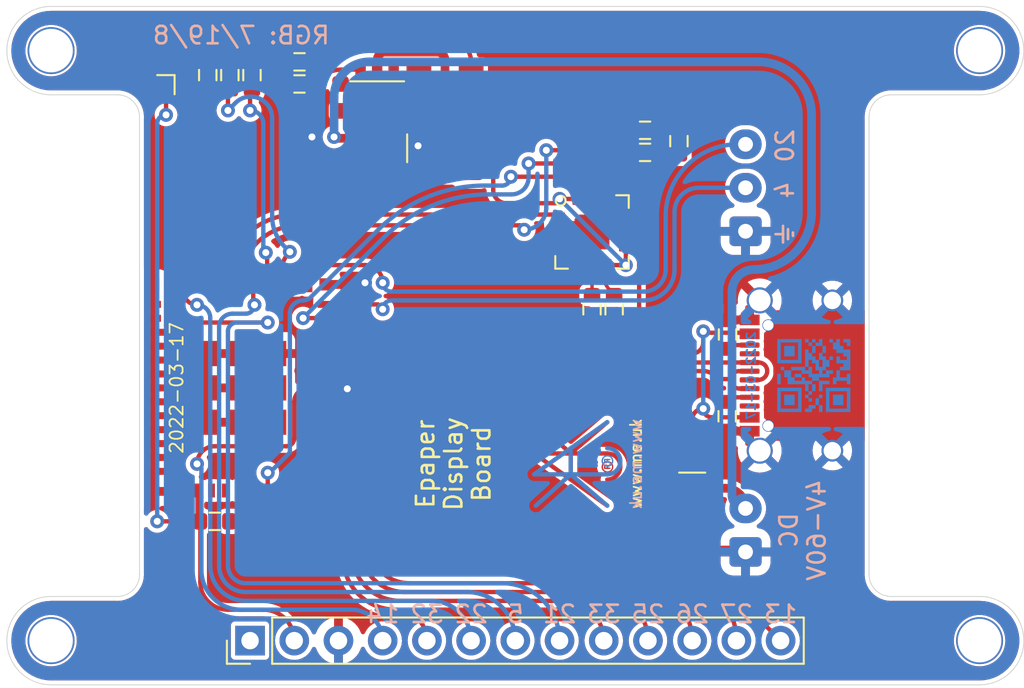
<source format=kicad_pcb>
(kicad_pcb (version 20211014) (generator pcbnew)
  (title_block (title "2.13\" epaper display") (date "${DATE}") (rev "1") (comment 1 "www.me.uk") (comment 2 "@TheRealRevK") (comment 3 "Adrian Kennard Andrews & Arnold Ltd"))
  (layers (0 "F.Cu" signal) (31 "B.Cu" signal) (34 "B.Paste" user) (35 "F.Paste" user) (36 "B.SilkS" user "B.Silkscreen") (37 "F.SilkS" user "F.Silkscreen") (38 "B.Mask" user) (39 "F.Mask" user) (44 "Edge.Cuts" user))
  (property "DATE" "2022-03-17")
  (net 0 "")
  (net 1 "VBUS")
  (net 2 "D+")
  (net 3 "D-")
  (net 5 "Net-(J1-PadA5)")
  (net 6 "Net-(J1-PadB5)")
  (net 8 "Net-(J1-PadA6)")
  (net 9 "SCK")
  (net 10 "Net-(R7-Pad2)")
  (net 11 "GND")
  (net 12 "+3V3")
  (net 19 "MISO")
  (net 21 "MOSI")
  (net 22 "CS")
  (net 24 "D{slash}C")
  (net 25 "R")
  (net 26 "G")
  (net 27 "B")
  (net 28 "DC")
  (net 29 "Net-(D3-Pad2)")
  (net 30 "Net-(D3-Pad3)")
  (net 34 "SRCS")
  (net 35 "O")
  (net 36 "SDCS")
  (net 38 "RST")
  (net 39 "I")
  (net 40 "EN")
  (net 41 "Net-(D3-Pad4)")
  (net 42 "Net-(R1-Pad2)")
  (net 44 "BOOT")
  (net 45 "Net-(J1-PadA7)")
  (net 46 "BUSY")
  (net 47 "ENA")
  (net 49 "BUTTON1")
  (net 51 "BUTTON2")
  (footprint "RevK:Hole-2.5mm" (layer "F.Cu") (at 124.46 67.68)
    (fp_text reference "H2" hide)
    (fp_text value "MountingHole" hide)
  )
  (footprint "RevK:QFN-20-1EP_4x4mm_P0.5mm_EP2.5x2.5mm" (layer "F.Cu") (at 155.535 78.105)
    (fp_text reference "U2" hide)
    (fp_text value "FT231XQ")
  )
  (footprint "RevK:USC16-TR-Round" (layer "F.Cu") (at 171.45 86.36 90)
    (fp_text reference "J1" hide)
    (fp_text value "USB-C")
  )
  (footprint "RevK:Hidden" (layer "F.Cu") (at 153.915 93.87)
    (fp_text reference "C3" hide)
    (fp_text value "10uF")
  )
  (footprint "RevK:Hole-2.5mm" (layer "F.Cu") (at 177.8 101.6)
    (fp_text reference "H4" hide)
    (fp_text value "MountingHole" hide)
  )
  (footprint "RevK:AJK" (layer "F.Cu") (at 154.311 90.84 90)
    (fp_text reference "Logo1" hide)
    (fp_text value "AJK" hide)
  )
  (footprint "RevK:C_0603" (layer "F.Cu") (at 160.528 72.885 -90)
    (fp_text reference "C4" hide)
    (fp_text value "10nF")
  )
  (footprint "RevK:Hole-2.5mm" (layer "F.Cu") (at 124.46 101.6)
    (fp_text reference "H3" hide)
    (fp_text value "MountingHole" hide)
  )
  (footprint "RevK:Molex_MiniSPOX_H3RA" (layer "F.Cu") (at 164.355 75.565 90)
    (fp_text reference "J3" hide)
    (fp_text value "Conn_01x02")
  )
  (footprint "RevK:R_0603" (layer "F.Cu") (at 158.583 73.53 180)
    (fp_text reference "R7" hide)
    (fp_text value "4k7")
  )
  (footprint "RevK:Molex_MiniSPOX_H2RA" (layer "F.Cu") (at 164.355 95.25 90)
    (fp_text reference "J2" hide)
    (fp_text value "DC")
  )
  (footprint "RevK:Hidden" (layer "F.Cu") (at 156.035 93.87)
    (fp_text reference "D1" hide)
    (fp_text value "Schottky")
  )
  (footprint "RevK:Hidden" (layer "F.Cu") (at 152.915 92.25)
    (fp_text reference "C1" hide)
    (fp_text value "0.1uF")
  )
  (footprint "RevK:RegulatorBlockFB" (layer "F.Cu") (at 143.19 70.12)
    (fp_text reference "U1" hide)
    (fp_text value "LMR16006+FB")
  )
  (footprint "RevK:R_0603" (layer "F.Cu") (at 133.46 69.088 -90)
    (fp_text reference "R11" hide)
    (fp_text value "2K")
  )
  (footprint "RevK:R_0603" (layer "F.Cu") (at 133.858 94.742)
    (fp_text reference "R9" hide)
    (fp_text value "10k")
  )
  (footprint "RevK:R_0603" (layer "F.Cu") (at 138.731 68.326 180)
    (fp_text reference "R1" hide)
    (fp_text value "100k 1% or 0R")
  )
  (footprint "RevK:Hole-2.5mm" (layer "F.Cu") (at 177.8 67.68)
    (fp_text reference "H1" hide)
    (fp_text value "MountingHole" hide)
  )
  (footprint "RevK:ESP32-PICO-MINI-02" (layer "F.Cu") (at 135.27325 87.07 90)
    (fp_text reference "U3" hide)
    (fp_text value "ESP32-PICO-MINI-02")
  )
  (footprint "RevK:R_0603" (layer "F.Cu") (at 155.535 82.55 90)
    (fp_text reference "R6" hide)
    (fp_text value "27R")
  )
  (footprint "RevK:D_1206" (layer "F.Cu") (at 161.29 91.44 90)
    (fp_text reference "D2" hide)
    (fp_text value "D")
  )
  (footprint "RevK:R_0603" (layer "F.Cu") (at 134.73 69.088 -90)
    (fp_text reference "R10" hide)
    (fp_text value "680R")
  )
  (footprint "RevK:R_0603" (layer "F.Cu") (at 158.583 72.26)
    (fp_text reference "R8" hide)
    (fp_text value "10k")
  )
  (footprint "RevK:R_0603" (layer "F.Cu") (at 163.322 84 90)
    (fp_text reference "R4" hide)
    (fp_text value "5K1")
  )
  (footprint "RevK:R_0603" (layer "F.Cu") (at 163.3 88.7 -90)
    (fp_text reference "R3" hide)
    (fp_text value "5K1")
  )
  (footprint "RevK:R_0603" (layer "F.Cu") (at 136 69.088 -90)
    (fp_text reference "R12" hide)
    (fp_text value "220R")
  )
  (footprint "Connector_PinHeader_2.54mm:PinHeader_1x13_P2.54mm_Vertical" (layer "F.Cu") (at 135.89 101.6 90)
    (fp_text reference "M1" hide)
    (fp_text value "EPaper")
  )
  (footprint "RevK:LED-RGB-1.6x1.6" (layer "F.Cu") (at 131.555 69.088 -90)
    (fp_text reference "D3" hide)
    (fp_text value "RGB")
  )
  (footprint "RevK:R_0603" (layer "F.Cu") (at 138.731 69.596)
    (fp_text reference "R2" hide)
    (fp_text value "30k 1% or NF")
  )
  (footprint "RevK:Hidden" (layer "F.Cu") (at 155.035 92.25)
    (fp_text reference "C2" hide)
    (fp_text value "2.2uF")
  )
  (footprint "RevK:R_0603" (layer "F.Cu") (at 156.805 82.55 90)
    (fp_text reference "R5" hide)
    (fp_text value "27R")
  )
  (footprint "RevK:Hidden" (layer "F.Cu") (at 151.735 79.34)
    (fp_text reference "L1" hide)
    (fp_text value "6.8uH")
  )
  (footprint "RevK:AJK" (layer "B.Cu") (at 154.311 92.04 -90)
    (fp_text reference "Logo2" hide)
    (fp_text value "AJK" hide)
  )
  (footprint "RevK:QR-GFX" (layer "B.Cu") (at 168.275 86.36 90)
    (fp_text reference "U4" hide)
    (fp_text value "QR" hide)
  )
  (gr_line (start 129.54 97.79) (end 129.54 71.490002) (layer "Edge.Cuts") (width 0.05))
  (gr_line (start 177.8 99.059998) (end 172.72 99.059998) (layer "Edge.Cuts") (width 0.05))
  (gr_arc (start 177.8 65.14) (mid 180.340001 67.680001) (end 177.8 70.220002) (layer "Edge.Cuts") (width 0.05))
  (gr_line (start 124.46 104.14) (end 177.8 104.14) (layer "Edge.Cuts") (width 0.05))
  (gr_arc (start 128.27 70.220002) (mid 129.168026 70.591976) (end 129.54 71.490002) (layer "Edge.Cuts") (width 0.05))
  (gr_arc (start 124.46 70.220002) (mid 121.919999 67.680001) (end 124.46 65.14) (layer "Edge.Cuts") (width 0.05))
  (gr_arc (start 177.8 99.059998) (mid 180.340001 101.599999) (end 177.8 104.14) (layer "Edge.Cuts") (width 0.05))
  (gr_arc (start 172.72 99.059998) (mid 171.821974 98.688024) (end 171.45 97.789998) (layer "Edge.Cuts") (width 0.05))
  (gr_line (start 177.8 70.220002) (end 172.72 70.220002) (layer "Edge.Cuts") (width 0.05))
  (gr_line (start 124.460001 99.059998) (end 128.27 99.06) (layer "Edge.Cuts") (width 0.05))
  (gr_arc (start 171.45 71.490002) (mid 171.821974 70.591976) (end 172.72 70.220002) (layer "Edge.Cuts") (width 0.05))
  (gr_line (start 124.46 65.14) (end 177.8 65.14) (layer "Edge.Cuts") (width 0.05))
  (gr_arc (start 129.54 97.79) (mid 129.168026 98.688026) (end 128.27 99.06) (layer "Edge.Cuts") (width 0.05))
  (gr_line (start 124.46 70.220002) (end 128.27 70.220002) (layer "Edge.Cuts") (width 0.05))
  (gr_arc (start 124.46 104.14) (mid 121.919999 101.599999) (end 124.46 99.059998) (layer "Edge.Cuts") (width 0.05))
  (gr_line (start 171.45 71.490002) (end 171.45 97.789998) (layer "Edge.Cuts") (width 0.05))
  (gr_text "20" (at 166.624 73.152 90) (layer "B.SilkS") (effects (font (size 1 1)) (justify mirror)))
  (gr_text "22" (at 148.59 100.076) (layer "B.SilkS") (effects (font (size 1 1)) (justify mirror)))
  (gr_text "27" (at 163.83 100.076) (layer "B.SilkS") (effects (font (size 1 1)) (justify mirror)))
  (gr_text "⏚" (at 166.624 78.232 90) (layer "B.SilkS") (effects (font (size 1 1)) (justify mirror)))
  (gr_text "25" (at 158.75 100.076) (layer "B.SilkS") (effects (font (size 1 1)) (justify mirror)))
  (gr_text "RGB: 7/19/8" (at 135.382 66.802) (layer "B.SilkS") (effects (font (size 1 1)) (justify mirror)))
  (gr_text "33" (at 156.21 100.076) (layer "B.SilkS") (effects (font (size 1 1)) (justify mirror)))
  (gr_text "21" (at 153.67 100.076) (layer "B.SilkS") (effects (font (size 1 1)) (justify mirror)))
  (gr_text "32" (at 146.05 100.076) (layer "B.SilkS") (effects (font (size 1 1)) (justify mirror)))
  (gr_text "4" (at 166.624 75.692 90) (layer "B.SilkS") (effects (font (size 1 1)) (justify mirror)))
  (gr_text "13" (at 166.37 100.076) (layer "B.SilkS") (effects (font (size 1 1)) (justify mirror)))
  (gr_text "5" (at 151.13 100.076) (layer "B.SilkS") (effects (font (size 1 1)) (justify mirror)))
  (gr_text "26" (at 161.29 100.076) (layer "B.SilkS") (effects (font (size 1 1)) (justify mirror)))
  (gr_text "DC\n4V-60V" (at 167.64 95.25 90) (layer "B.SilkS") (effects (font (size 1 1)) (justify mirror)))
  (gr_text "14" (at 143.51 100.076) (layer "B.SilkS") (effects (font (size 1 1)) (justify mirror)))
  (gr_text "Epaper\nDisplay\nBoard" (at 147.574 91.44 90) (layer "F.SilkS") (effects (font (size 1 1))))
  (segment (start 161.29 88.9) (end 161.29 90.04) (width 0.25) (layer "F.Cu") (net 1))
  (segment (start 164.59 88.76) (end 162.42 88.76) (width 0.25) (layer "F.Cu") (net 1))
  (segment (start 162.00452 83.89952) (end 164.52952 83.89952) (width 0.25) (layer "F.Cu") (net 1))
  (segment (start 158.242 83.82) (end 158.242 76.344973) (width 0.25) (layer "F.Cu") (net 1))
  (segment (start 159.408 73.53) (end 160.398 73.53) (width 0.25) (layer "F.Cu") (net 1))
  (segment (start 161.29 85.09) (end 159.512 85.09) (width 0.25) (layer "F.Cu") (net 1))
  (segment (start 161.925 83.82) (end 161.925 84.455) (width 0.25) (layer "F.Cu") (net 1))
  (segment (start 161.925 83.82) (end 162.00452 83.89952) (width 0.25) (layer "F.Cu") (net 1))
  (via (at 161.925 83.82) (size 0.8) (drill 0.4) (layers "F.Cu" "B.Cu") (net 1))
  (via (at 161.925 88.265) (size 0.8) (drill 0.4) (layers "F.Cu" "B.Cu") (net 1))
  (arc (start 161.925 88.265) (mid 161.475987 88.450987) (end 161.29 88.9) (width 0.25) (layer "F.Cu") (net 1))
  (arc (start 162.42 88.76) (mid 162.069982 88.615018) (end 161.925 88.265) (width 0.25) (layer "F.Cu") (net 1))
  (arc (start 158.242 76.344973) (mid 158.545033 74.821521) (end 159.408 73.53) (width 0.25) (layer "F.Cu") (net 1))
  (arc (start 161.925 84.455) (mid 161.739013 84.904013) (end 161.29 85.09) (width 0.25) (layer "F.Cu") (net 1))
  (arc (start 159.512 85.09) (mid 158.613974 84.718026) (end 158.242 83.82) (width 0.25) (layer "F.Cu") (net 1))
  (arc (start 160.398 73.53) (mid 160.489924 73.568076) (end 160.528 73.66) (width 0.25) (layer "F.Cu") (net 1))
  (arc (start 164.52952 83.89952) (mid 164.572286 83.917234) (end 164.59 83.96) (width 0.25) (layer "F.Cu") (net 1))
  (segment (start 161.925 88.265) (end 161.925 83.82) (width 0.25) (layer "B.Cu") (net 1))
  (segment (start 155.535 80.005) (end 155.535 81.725) (width 0.2) (layer "F.Cu") (net 2))
  (segment (start 156.805 81.725) (end 156.706752 81.626752) (width 0.2) (layer "F.Cu") (net 3))
  (arc (start 156.706752 81.626752) (mid 156.209582 80.882686) (end 156.035 80.005) (width 0.2) (layer "F.Cu") (net 3))
  (segment (start 164.59 87.61) (end 163.565 87.61) (width 0.25) (layer "F.Cu") (net 5))
  (arc (start 163.565 87.61) (mid 163.377617 87.687617) (end 163.3 87.875) (width 0.25) (layer "F.Cu") (net 5))
  (segment (start 164.59 84.61) (end 163.615 84.61) (width 0.25) (layer "F.Cu") (net 6))
  (arc (start 163.615 84.61) (mid 163.462972 84.672972) (end 163.4 84.825) (width 0.25) (layer "F.Cu") (net 6))
  (segment (start 156.972 82.55) (end 156.36 82.55) (width 0.25) (layer "F.Cu") (net 8))
  (segment (start 164.59 85.61) (end 165.11 85.61) (width 0.25) (layer "F.Cu") (net 8))
  (segment (start 164.59 85.61) (end 159.524 85.61) (width 0.25) (layer "F.Cu") (net 8))
  (segment (start 157.734 83.82) (end 157.734 83.312) (width 0.25) (layer "F.Cu") (net 8))
  (segment (start 165.09 86.61) (end 164.59 86.61) (width 0.25) (layer "F.Cu") (net 8))
  (arc (start 159.524 85.61) (mid 158.258279 85.085721) (end 157.734 83.82) (width 0.25) (layer "F.Cu") (net 8))
  (arc (start 165.6 86.1) (mid 165.450624 86.460624) (end 165.09 86.61) (width 0.25) (layer "F.Cu") (net 8))
  (arc (start 156.36 82.55) (mid 155.776637 82.791637) (end 155.535 83.375) (width 0.25) (layer "F.Cu") (net 8))
  (arc (start 157.734 83.312) (mid 157.510815 82.773185) (end 156.972 82.55) (width 0.25) (layer "F.Cu") (net 8))
  (arc (start 165.11 85.61) (mid 165.456482 85.753518) (end 165.6 86.1) (width 0.25) (layer "F.Cu") (net 8))
  (segment (start 140.17325 87.07) (end 139.244 87.07) (width 0.25) (layer "F.Cu") (net 9))
  (segment (start 138.43 87.884) (end 138.43 89.962272) (width 0.25) (layer "F.Cu") (net 9))
  (segment (start 133.858 90.424) (end 137.968272 90.424) (width 0.25) (layer "F.Cu") (net 9))
  (via (at 132.842 91.44) (size 0.8) (drill 0.4) (layers "F.Cu" "B.Cu") (net 9))
  (arc (start 133.858 90.424) (mid 133.13958 90.72158) (end 132.842 91.44) (width 0.25) (layer "F.Cu") (net 9))
  (arc (start 138.43 89.962272) (mid 138.294763 90.288763) (end 137.968272 90.424) (width 0.25) (layer "F.Cu") (net 9))
  (arc (start 139.244 87.07) (mid 138.668415 87.308415) (end 138.43 87.884) (width 0.25) (layer "F.Cu") (net 9))
  (segment (start 133.096 91.694) (end 133.096 97.536) (width 0.25) (layer "B.Cu") (net 9))
  (segment (start 135.382 99.822) (end 141.732 99.822) (width 0.25) (layer "B.Cu") (net 9))
  (arc (start 133.096 97.536) (mid 133.765554 99.152446) (end 135.382 99.822) (width 0.25) (layer "B.Cu") (net 9))
  (arc (start 132.842 91.44) (mid 133.021605 91.514395) (end 133.096 91.694) (width 0.25) (layer "B.Cu") (net 9))
  (arc (start 141.732 99.822) (mid 142.989236 100.342764) (end 143.51 101.6) (width 0.25) (layer "B.Cu") (net 9))
  (segment (start 157.758 73.53) (end 157.561719 73.726281) (width 0.25) (layer "F.Cu") (net 10))
  (segment (start 157.758 72.26) (end 157.758 73.53) (width 0.25) (layer "F.Cu") (net 10))
  (arc (start 157.561719 73.726281) (mid 156.801836 74.863527) (end 156.535 76.205) (width 0.25) (layer "F.Cu") (net 10))
  (segment (start 153.635 78.605) (end 155.035 78.605) (width 0.25) (layer "F.Cu") (net 11))
  (segment (start 153.635 77.605) (end 155.035 77.605) (width 0.25) (layer "F.Cu") (net 11))
  (segment (start 153.635 78.105) (end 155.535 78.105) (width 0.25) (layer "F.Cu") (net 11))
  (segment (start 157.435 78.105) (end 155.535 78.105) (width 0.25) (layer "F.Cu") (net 11))
  (segment (start 154.535 79.105) (end 155.535 78.105) (width 0.25) (layer "F.Cu") (net 11))
  (segment (start 155.035 77.605) (end 155.535 78.105) (width 0.25) (layer "F.Cu") (net 11))
  (segment (start 150.622 82.118) (end 150.622 92.71) (width 0.25) (layer "F.Cu") (net 11))
  (segment (start 146.9525 73.29) (end 145.68 73.29) (width 0.5) (layer "F.Cu") (net 11))
  (segment (start 154.535 80.005) (end 154.535 79.105) (width 0.25) (layer "F.Cu") (net 11))
  (segment (start 153.635 79.105) (end 154.535 79.105) (width 0.25) (layer "F.Cu") (net 11))
  (segment (start 154.178 96.266) (end 164.121 96.266) (width 0.25) (layer "F.Cu") (net 11))
  (via (at 145.542 73.152) (size 0.8) (drill 0.4) (layers "F.Cu" "B.Cu") (net 11))
  (via (at 141.478 87.122) (size 0.8) (drill 0.4) (layers "F.Cu" "B.Cu") (net 11))
  (via (at 142.494 81.026) (size 0.8) (drill 0.4) (layers "F.Cu" "B.Cu") (net 11))
  (via (at 139.446 72.644) (size 0.8) (drill 0.4) (layers "F.Cu" "B.Cu") (net 11))
  (arc (start 164.121 96.266) (mid 164.286463 96.334537) (end 164.355 96.5) (width 0.25) (layer "F.Cu") (net 11))
  (arc (start 150.622 92.71) (mid 151.663528 95.224472) (end 154.178 96.266) (width 0.25) (layer "F.Cu") (net 11))
  (arc (start 145.68 73.29) (mid 145.582419 73.249581) (end 145.542 73.152) (width 0.5) (layer "F.Cu") (net 11))
  (arc (start 153.635 79.105) (mid 151.504487 79.987487) (end 150.622 82.118) (width 0.25) (layer "F.Cu") (net 11))
  (segment (start 148.59 68.326) (end 148.59 70.17) (width 0.25) (layer "F.Cu") (net 12))
  (segment (start 157.435 79.105) (end 157.435 78.605) (width 0.25) (layer "F.Cu") (net 12))
  (segment (start 156.54 80.01) (end 156.535 80.005) (width 0.25) (layer "F.Cu") (net 12))
  (segment (start 149.86 73.914) (end 149.86 75.692) (width 0.25) (layer "F.Cu") (net 12))
  (segment (start 134.62 99.822) (end 136.652 99.822) (width 0.25) (layer "F.Cu") (net 12))
  (segment (start 133.033 94.742) (end 133.033 98.235) (width 0.25) (layer "F.Cu") (net 12))
  (segment (start 131.141978 66.802) (end 138.032 66.802) (width 0.25) (layer "F.Cu") (net 12))
  (segment (start 150.622 76.454) (end 153.416 76.454) (width 0.25) (layer "F.Cu") (net 12))
  (segment (start 148.59 72.72) (end 148.666 72.72) (width 0.25) (layer "F.Cu") (net 12))
  (segment (start 153.675 76.205) (end 153.67 76.2) (width 0.25) (layer "F.Cu") (net 12))
  (segment (start 132.87325 92.97) (end 132.87325 94.35633) (width 0.25) (layer "F.Cu") (net 12))
  (segment (start 130.302 69.21) (end 130.302 67.641978) (width 0.25) (layer "F.Cu") (net 12))
  (segment (start 157.48 80.01) (end 156.54 80.01) (width 0.25) (layer "F.Cu") (net 12))
  (segment (start 133.033 94.742) (end 130.556 94.742) (width 0.25) (layer "F.Cu") (net 12))
  (segment (start 140.826 67.056) (end 147.32 67.056) (width 0.25) (layer "F.Cu") (net 12))
  (segment (start 157.48 79.15) (end 157.435 79.105) (width 0.25) (layer "F.Cu") (net 12))
  (segment (start 157.48 80.01) (end 157.48 79.15) (width 0.25) (layer "F.Cu") (net 12))
  (segment (start 154.535 76.205) (end 153.675 76.205) (width 0.25) (layer "F.Cu") (net 12))
  (segment (start 131.064 71.374) (end 131.064 69.972) (width 0.25) (layer "F.Cu") (net 12))
  (via (at 157.48 80.01) (size 0.8) (drill 0.4) (layers "F.Cu" "B.Cu") (net 12))
  (via (at 153.67 76.2) (size 0.8) (drill 0.4) (layers "F.Cu" "B.Cu") (net 12))
  (via (at 131.064 71.374) (size 0.8) (drill 0.4) (layers "F.Cu" "B.Cu") (net 12))
  (via (at 130.556 94.742) (size 0.8) (drill 0.4) (layers "F.Cu" "B.Cu") (net 12))
  (arc (start 136.652 99.822) (mid 137.909236 100.342764) (end 138.43 101.6) (width 0.25) (layer "F.Cu") (net 12))
  (arc (start 138.032 66.802) (mid 139.109631 67.248369) (end 139.556 68.326) (width 0.25) (layer "F.Cu") (net 12))
  (arc (start 149.86 75.692) (mid 150.083185 76.230815) (end 150.622 76.454) (width 0.25) (layer "F.Cu") (net 12))
  (arc (start 132.87325 94.35633) (mid 132.914768 94.565053) (end 133.033 94.742) (width 0.25) (layer "F.Cu") (net 12))
  (arc (start 147.32 67.056) (mid 148.218026 67.427974) (end 148.59 68.326) (width 0.25) (layer "F.Cu") (net 12))
  (arc (start 131.064 69.972) (mid 131.061364 69.965636) (end 131.055 69.963) (width 0.25) (layer "F.Cu") (net 12))
  (arc (start 139.556 68.326) (mid 139.927974 67.427974) (end 140.826 67.056) (width 0.25) (layer "F.Cu") (net 12))
  (arc (start 130.302 67.641978) (mid 130.548024 67.048024) (end 131.141978 66.802) (width 0.25) (layer "F.Cu") (net 12))
  (arc (start 131.055 69.963) (mid 130.522549 69.742451) (end 130.302 69.21) (width 0.25) (layer "F.Cu") (net 12))
  (arc (start 133.033 98.235) (mid 133.497822 99.357178) (end 134.62 99.822) (width 0.25) (layer "F.Cu") (net 12))
  (arc (start 153.416 76.454) (mid 153.595605 76.379605) (end 153.67 76.2) (width 0.25) (layer "F.Cu") (net 12))
  (arc (start 148.666 72.72) (mid 149.510285 73.069715) (end 149.86 73.914) (width 0.25) (layer "F.Cu") (net 12))
  (segment (start 130.556 94.742) (end 130.556 71.882) (width 0.25) (layer "B.Cu") (net 12))
  (segment (start 153.67 76.2) (end 157.48 80.01) (width 0.25) (layer "B.Cu") (net 12))
  (arc (start 130.556 71.882) (mid 130.70479 71.52279) (end 131.064 71.374) (width 0.25) (layer "B.Cu") (net 12))
  (segment (start 140.17325 91.87) (end 140.37325 91.87) (width 0.25) (layer "F.Cu") (net 19))
  (segment (start 141.224 92.72075) (end 141.224 96.774) (width 0.25) (layer "F.Cu") (net 19))
  (arc (start 144.272 99.822) (mid 145.529236 100.342764) (end 146.05 101.6) (width 0.25) (layer "F.Cu") (net 19))
  (arc (start 140.37325 91.87) (mid 140.974821 92.119179) (end 141.224 92.72075) (width 0.25) (layer "F.Cu") (net 19))
  (arc (start 141.224 96.774) (mid 142.116739 98.929261) (end 144.272 99.822) (width 0.25) (layer "F.Cu") (net 19))
  (segment (start 132.07325 81.17) (end 132.07325 81.52725) (width 0.25) (layer "F.Cu") (net 21))
  (via (at 132.842 82.296) (size 0.8) (drill 0.4) (layers "F.Cu" "B.Cu") (net 21))
  (arc (start 132.07325 81.52725) (mid 132.298412 82.070838) (end 132.842 82.296) (width 0.25) (layer "F.Cu") (net 21))
  (segment (start 135.636 99.314) (end 146.304 99.314) (width 0.25) (layer "B.Cu") (net 21))
  (segment (start 133.604 83.058) (end 133.604 97.282) (width 0.25) (layer "B.Cu") (net 21))
  (arc (start 146.304 99.314) (mid 147.920446 99.983554) (end 148.59 101.6) (width 0.25) (layer "B.Cu") (net 21))
  (arc (start 132.842 82.296) (mid 133.380815 82.519185) (end 133.604 83.058) (width 0.25) (layer "B.Cu") (net 21))
  (arc (start 133.604 97.282) (mid 134.199159 98.718841) (end 135.636 99.314) (width 0.25) (layer "B.Cu") (net 21))
  (segment (start 136.07325 81.17) (end 136.07325 82.22525) (width 0.25) (layer "F.Cu") (net 22))
  (via (at 136.144 82.296) (size 0.8) (drill 0.4) (layers "F.Cu" "B.Cu") (net 22))
  (arc (start 136.07325 82.22525) (mid 136.093972 82.275278) (end 136.144 82.296) (width 0.25) (layer "F.Cu") (net 22))
  (segment (start 135.636 82.804) (end 134.874 82.804) (width 0.25) (layer "B.Cu") (net 22))
  (segment (start 135.636 98.806) (end 148.336 98.806) (width 0.25) (layer "B.Cu") (net 22))
  (segment (start 134.112 83.566) (end 134.112 97.282) (width 0.25) (layer "B.Cu") (net 22))
  (arc (start 136.144 82.296) (mid 135.99521 82.65521) (end 135.636 82.804) (width 0.25) (layer "B.Cu") (net 22))
  (arc (start 148.336 98.806) (mid 150.311656 99.624344) (end 151.13 101.6) (width 0.25) (layer "B.Cu") (net 22))
  (arc (start 134.874 82.804) (mid 134.335185 83.027185) (end 134.112 83.566) (width 0.25) (layer "B.Cu") (net 22))
  (arc (start 134.112 97.282) (mid 134.558369 98.359631) (end 135.636 98.806) (width 0.25) (layer "B.Cu") (net 22))
  (segment (start 131.27325 81.17) (end 131.27325 81.82) (width 0.25) (layer "F.Cu") (net 24))
  (segment (start 132.76525 83.312) (end 136.906 83.312) (width 0.25) (layer "F.Cu") (net 24))
  (via (at 136.906 83.312) (size 0.8) (drill 0.4) (layers "F.Cu" "B.Cu") (net 24))
  (arc (start 131.27325 81.82) (mid 131.710247 82.875003) (end 132.76525 83.312) (width 0.25) (layer "F.Cu") (net 24))
  (segment (start 135.636 98.298) (end 150.368 98.298) (width 0.25) (layer "B.Cu") (net 24))
  (segment (start 136.906 83.312) (end 135.128 83.312) (width 0.25) (layer "B.Cu") (net 24))
  (segment (start 134.62 83.82) (end 134.62 97.282) (width 0.25) (layer "B.Cu") (net 24))
  (arc (start 150.368 98.298) (mid 152.702867 99.265133) (end 153.67 101.6) (width 0.25) (layer "B.Cu") (net 24))
  (arc (start 135.128 83.312) (mid 134.76879 83.46079) (end 134.62 83.82) (width 0.25) (layer "B.Cu") (net 24))
  (arc (start 134.62 97.282) (mid 134.91758 98.00042) (end 135.636 98.298) (width 0.25) (layer "B.Cu") (net 24))
  (segment (start 137.67325 81.17) (end 137.67325 80.461745) (width 0.25) (layer "F.Cu") (net 25))
  (segment (start 134.62 71.12) (end 134.62 70.023) (width 0.25) (layer "F.Cu") (net 25))
  (via (at 134.62 71.12) (size 0.8) (drill 0.4) (layers "F.Cu" "B.Cu") (net 25))
  (via (at 138.176 79.248) (size 0.8) (drill 0.4) (layers "F.Cu" "B.Cu") (net 25))
  (arc (start 137.67325 80.461745) (mid 137.80391 79.804871) (end 138.176 79.248) (width 0.25) (layer "F.Cu") (net 25))
  (arc (start 134.62 70.023) (mid 134.652218 69.945218) (end 134.73 69.913) (width 0.25) (layer "F.Cu") (net 25))
  (segment (start 138.176 79.248) (end 137.878421 78.950421) (width 0.25) (layer "B.Cu") (net 25))
  (segment (start 135.05559 70.68441) (end 134.62 71.12) (width 0.25) (layer "B.Cu") (net 25))
  (segment (start 137.16 77.216) (end 137.16 71.5624) (width 0.25) (layer "B.Cu") (net 25))
  (arc (start 137.16 71.5624) (mid 136.797633 70.687567) (end 135.9228 70.3252) (width 0.25) (layer "B.Cu") (net 25))
  (arc (start 135.9228 70.3252) (mid 135.453469 70.418556) (end 135.05559 70.68441) (width 0.25) (layer "B.Cu") (net 25))
  (arc (start 137.878421 78.950421) (mid 137.346711 78.154662) (end 137.16 77.216) (width 0.25) (layer "B.Cu") (net 25))
  (segment (start 132.87325 81.17) (end 132.87325 70.49975) (width 0.25) (layer "F.Cu") (net 26))
  (segment (start 132.87325 70.49975) (end 133.46 69.913) (width 0.25) (layer "F.Cu") (net 26))
  (segment (start 135.89 71.12) (end 135.89 70.023) (width 0.25) (layer "F.Cu") (net 27))
  (segment (start 136.87325 79.37116) (end 136.794084 79.291994) (width 0.25) (layer "F.Cu") (net 27))
  (segment (start 136.87325 81.17) (end 136.87325 79.37116) (width 0.25) (layer "F.Cu") (net 27))
  (via (at 135.89 71.12) (size 0.8) (drill 0.4) (layers "F.Cu" "B.Cu") (net 27))
  (via (at 136.794084 79.291994) (size 0.8) (drill 0.4) (layers "F.Cu" "B.Cu") (net 27))
  (arc (start 135.89 70.023) (mid 135.922218 69.945218) (end 136 69.913) (width 0.25) (layer "F.Cu") (net 27))
  (segment (start 136.789614 79.287524) (end 136.794084 79.291994) (width 0.25) (layer "B.Cu") (net 27))
  (segment (start 136.652 71.882) (end 136.652 78.994) (width 0.25) (layer "B.Cu") (net 27))
  (segment (start 136.789614 79.22242) (end 136.789614 79.287524) (width 0.25) (layer "B.Cu") (net 27))
  (arc (start 136.652 78.994) (mid 136.689429 79.126715) (end 136.789614 79.22242) (width 0.25) (layer "B.Cu") (net 27))
  (arc (start 135.89 71.12) (mid 136.428815 71.343185) (end 136.652 71.882) (width 0.25) (layer "B.Cu") (net 27))
  (segment (start 161.29 92.84) (end 163.195 92.84) (width 0.5) (layer "F.Cu") (net 28))
  (segment (start 142.34 72.72) (end 140.89948 72.72) (width 0.5) (layer "F.Cu") (net 28))
  (segment (start 142.24 71.47) (end 143.19 71.47) (width 0.25) (layer "F.Cu") (net 28))
  (via (at 140.716 72.644) (size 0.8) (drill 0.4) (layers "F.Cu" "B.Cu") (net 28))
  (arc (start 140.89948 72.72) (mid 140.800181 72.700248) (end 140.716 72.644) (width 0.5) (layer "F.Cu") (net 28))
  (arc (start 163.195 92.84) (mid 164.015244 93.179756) (end 164.355 94) (width 0.5) (layer "F.Cu") (net 28))
  (segment (start 165.1 68.326) (end 142.748 68.326) (width 0.5) (layer "B.Cu") (net 28))
  (segment (start 140.716 70.358) (end 140.716 72.644) (width 0.5) (layer "B.Cu") (net 28))
  (segment (start 168.148 76.962) (end 168.148 71.374) (width 0.5) (layer "B.Cu") (net 28))
  (segment (start 163.576 93.221) (end 163.576 81.534) (width 0.5) (layer "B.Cu") (net 28))
  (arc (start 142.748 68.326) (mid 141.311159 68.921159) (end 140.716 70.358) (width 0.5) (layer "B.Cu") (net 28))
  (arc (start 164.846 80.264) (mid 167.180867 79.296867) (end 168.148 76.962) (width 0.5) (layer "B.Cu") (net 28))
  (arc (start 163.576 81.534) (mid 163.947974 80.635974) (end 164.846 80.264) (width 0.5) (layer "B.Cu") (net 28))
  (arc (start 168.148 71.374) (mid 167.255261 69.218739) (end 165.1 68.326) (width 0.5) (layer "B.Cu") (net 28))
  (arc (start 164.355 94) (mid 163.804164 93.771836) (end 163.576 93.221) (width 0.5) (layer "B.Cu") (net 28))
  (segment (start 133.777 67.31) (end 131.958 67.31) (width 0.25) (layer "F.Cu") (net 29))
  (arc (start 134.73 68.263) (mid 134.450873 67.589127) (end 133.777 67.31) (width 0.25) (layer "F.Cu") (net 29))
  (arc (start 131.958 67.31) (mid 131.319483 67.574483) (end 131.055 68.213) (width 0.25) (layer "F.Cu") (net 29))
  (segment (start 132.055 68.213) (end 133.41 68.213) (width 0.25) (layer "F.Cu") (net 30))
  (arc (start 133.41 68.213) (mid 133.445355 68.227645) (end 133.46 68.263) (width 0.25) (layer "F.Cu") (net 30))
  (segment (start 141.732 92.456) (end 141.732 96.52) (width 0.25) (layer "F.Cu") (net 34))
  (segment (start 144.526 99.314) (end 153.924 99.314) (width 0.25) (layer "F.Cu") (net 34))
  (segment (start 140.17325 91.07) (end 140.346 91.07) (width 0.25) (layer "F.Cu") (net 34))
  (arc (start 140.346 91.07) (mid 141.32605 91.47595) (end 141.732 92.456) (width 0.25) (layer "F.Cu") (net 34))
  (arc (start 141.732 96.52) (mid 142.550344 98.495656) (end 144.526 99.314) (width 0.25) (layer "F.Cu") (net 34))
  (arc (start 153.924 99.314) (mid 155.540446 99.983554) (end 156.21 101.6) (width 0.25) (layer "F.Cu") (net 34))
  (segment (start 153.635 77.105) (end 138.53825 77.105) (width 0.25) (layer "F.Cu") (net 35))
  (arc (start 138.53825 77.105) (mid 135.663861 78.295611) (end 134.47325 81.17) (width 0.25) (layer "F.Cu") (net 35))
  (segment (start 140.17325 89.47) (end 140.82325 89.47) (width 0.25) (layer "F.Cu") (net 36))
  (segment (start 142.24 90.88675) (end 142.24 96.266) (width 0.25) (layer "F.Cu") (net 36))
  (segment (start 144.78 98.806) (end 155.956 98.806) (width 0.25) (layer "F.Cu") (net 36))
  (arc (start 155.956 98.806) (mid 157.931656 99.624344) (end 158.75 101.6) (width 0.25) (layer "F.Cu") (net 36))
  (arc (start 140.82325 89.47) (mid 141.825044 89.884956) (end 142.24 90.88675) (width 0.25) (layer "F.Cu") (net 36))
  (arc (start 142.24 96.266) (mid 142.983949 98.062051) (end 144.78 98.806) (width 0.25) (layer "F.Cu") (net 36))
  (segment (start 142.748 90.424) (end 142.748 96.012) (width 0.25) (layer "F.Cu") (net 38))
  (segment (start 145.034 98.298) (end 157.988 98.298) (width 0.25) (layer "F.Cu") (net 38))
  (segment (start 140.17325 88.67) (end 140.994 88.67) (width 0.25) (layer "F.Cu") (net 38))
  (arc (start 140.994 88.67) (mid 142.234265 89.183735) (end 142.748 90.424) (width 0.25) (layer "F.Cu") (net 38))
  (arc (start 157.988 98.298) (mid 160.322867 99.265133) (end 161.29 101.6) (width 0.25) (layer "F.Cu") (net 38))
  (arc (start 142.748 96.012) (mid 143.417554 97.628446) (end 145.034 98.298) (width 0.25) (layer "F.Cu") (net 38))
  (segment (start 138.71925 77.724) (end 151.384 77.724) (width 0.25) (layer "F.Cu") (net 39))
  (segment (start 156.035 76.205) (end 156.035 75.009) (width 0.25) (layer "F.Cu") (net 39))
  (segment (start 154.432 73.406) (end 152.908 73.406) (width 0.25) (layer "F.Cu") (net 39))
  (via (at 152.908 73.406) (size 0.8) (drill 0.4) (layers "F.Cu" "B.Cu") (net 39))
  (via (at 151.638 77.978) (size 0.8) (drill 0.4) (layers "F.Cu" "B.Cu") (net 39))
  (arc (start 151.384 77.724) (mid 151.563605 77.798395) (end 151.638 77.978) (width 0.25) (layer "F.Cu") (net 39))
  (arc (start 156.035 75.009) (mid 155.565492 73.875508) (end 154.432 73.406) (width 0.25) (layer "F.Cu") (net 39))
  (arc (start 135.27325 81.17) (mid 136.28256 78.73331) (end 138.71925 77.724) (width 0.25) (layer "F.Cu") (net 39))
  (segment (start 152.908 73.406) (end 152.908 76.708) (width 0.25) (layer "B.Cu") (net 39))
  (arc (start 152.908 76.708) (mid 152.536026 77.606026) (end 151.638 77.978) (width 0.25) (layer "B.Cu") (net 39))
  (segment (start 134.683 94.742) (end 135.10125 94.742) (width 0.25) (layer "F.Cu") (net 40))
  (segment (start 150.876 74.93) (end 154.157328 74.93) (width 0.25) (layer "F.Cu") (net 40))
  (segment (start 155.035 76.205) (end 155.035 75.807672) (width 0.25) (layer "F.Cu") (net 40))
  (segment (start 136.906 91.948) (end 136.906 92.93725) (width 0.25) (layer "F.Cu") (net 40))
  (via (at 136.906 91.948) (size 0.8) (drill 0.4) (layers "F.Cu" "B.Cu") (net 40))
  (via (at 150.876 74.93) (size 0.8) (drill 0.4) (layers "F.Cu" "B.Cu") (net 40))
  (arc (start 155.035 75.807672) (mid 154.777936 75.187064) (end 154.157328 74.93) (width 0.25) (layer "F.Cu") (net 40))
  (arc (start 135.10125 94.742) (mid 136.354243 94.222993) (end 136.87325 92.97) (width 0.25) (layer "F.Cu") (net 40))
  (arc (start 136.906 92.93725) (mid 136.896408 92.960408) (end 136.87325 92.97) (width 0.25) (layer "F.Cu") (net 40))
  (segment (start 138.176 90.78691) (end 137.016934 91.945976) (width 0.25) (layer "B.Cu") (net 40))
  (segment (start 150.368 75.438) (end 149.388102 75.438) (width 0.25) (layer "B.Cu") (net 40))
  (segment (start 143.256 77.978) (end 139.371606 81.862394) (width 0.25) (layer "B.Cu") (net 40))
  (segment (start 138.176 82.804) (end 138.176 90.78691) (width 0.25) (layer "B.Cu") (net 40))
  (segment (start 137.016934 91.945976) (end 136.906 91.948) (width 0.25) (layer "B.Cu") (net 40))
  (arc (start 139.371606 81.862394) (mid 139.172666 81.995322) (end 138.938 82.042) (width 0.25) (layer "B.Cu") (net 40))
  (arc (start 138.938 82.042) (mid 138.399185 82.265185) (end 138.176 82.804) (width 0.25) (layer "B.Cu") (net 40))
  (arc (start 150.876 74.93) (mid 150.72721 75.28921) (end 150.368 75.438) (width 0.25) (layer "B.Cu") (net 40))
  (arc (start 149.388102 75.438) (mid 146.069433 76.098124) (end 143.256 77.978) (width 0.25) (layer "B.Cu") (net 40))
  (segment (start 132.842 69.088) (end 135.175 69.088) (width 0.25) (layer "F.Cu") (net 41))
  (segment (start 132.055 69.963) (end 132.055 69.875) (width 0.25) (layer "F.Cu") (net 41))
  (arc (start 132.055 69.875) (mid 132.285507 69.318507) (end 132.842 69.088) (width 0.25) (layer "F.Cu") (net 41))
  (arc (start 135.175 69.088) (mid 135.758363 68.846363) (end 136 68.263) (width 0.25) (layer "F.Cu") (net 41))
  (segment (start 142.24 68.77) (end 141.16 68.77) (width 0.25) (layer "F.Cu") (net 42))
  (segment (start 139.556 69.596) (end 139.831871 69.320129) (width 0.25) (layer "F.Cu") (net 42))
  (segment (start 138.286 68.326) (end 139.556 69.596) (width 0.25) (layer "F.Cu") (net 42))
  (segment (start 137.906 68.326) (end 138.286 68.326) (width 0.25) (layer "F.Cu") (net 42))
  (arc (start 139.831871 69.320129) (mid 140.441222 68.912974) (end 141.16 68.77) (width 0.25) (layer "F.Cu") (net 42))
  (segment (start 155.535 76.205) (end 155.535 75.779) (width 0.25) (layer "F.Cu") (net 44))
  (segment (start 151.892 74.168) (end 153.924 74.168) (width 0.25) (layer "F.Cu") (net 44))
  (segment (start 138.938 83.058) (end 140.462 83.058) (width 0.25) (layer "F.Cu") (net 44))
  (via (at 151.892 74.168) (size 0.8) (drill 0.4) (layers "F.Cu" "B.Cu") (net 44))
  (via (at 138.938 83.058) (size 0.8) (drill 0.4) (layers "F.Cu" "B.Cu") (net 44))
  (arc (start 155.535 75.779) (mid 155.063149 74.639851) (end 153.924 74.168) (width 0.25) (layer "F.Cu") (net 44))
  (segment (start 138.938 83.058) (end 143.535528 78.460472) (width 0.25) (layer "B.Cu") (net 44))
  (segment (start 149.606 75.946) (end 150.910879 75.946) (width 0.25) (layer "B.Cu") (net 44))
  (segment (start 151.892 74.964879) (end 151.892 74.168) (width 0.25) (layer "B.Cu") (net 44))
  (arc (start 150.910879 75.946) (mid 151.604636 75.658636) (end 151.892 74.964879) (width 0.25) (layer "B.Cu") (net 44))
  (arc (start 143.535528 78.460472) (mid 146.320684 76.59949) (end 149.606 75.946) (width 0.25) (layer "B.Cu") (net 44))
  (segment (start 163.054899 86.564994) (end 163.5 86.564994) (width 0.25) (layer "F.Cu") (net 45))
  (segment (start 163.5 86.564994) (end 163.5 86.6) (width 0.25) (layer "F.Cu") (net 45))
  (segment (start 156.805 83.375) (end 156.805 83.399) (width 0.25) (layer "F.Cu") (net 45))
  (segment (start 159.512 86.106) (end 161.94679 86.106) (width 0.25) (layer "F.Cu") (net 45))
  (segment (start 164.59 86.11) (end 163.954994 86.11) (width 0.25) (layer "F.Cu") (net 45))
  (segment (start 164.01 87.11) (end 164.59 87.11) (width 0.25) (layer "F.Cu") (net 45))
  (arc (start 162.56 86.36) (mid 162.787062 86.511718) (end 163.054899 86.564994) (width 0.25) (layer "F.Cu") (net 45))
  (arc (start 156.805 83.399) (mid 157.597862 85.313138) (end 159.512 86.106) (width 0.25) (layer "F.Cu") (net 45))
  (arc (start 163.5 86.6) (mid 163.649376 86.960624) (end 164.01 87.11) (width 0.25) (layer "F.Cu") (net 45))
  (arc (start 161.94679 86.106) (mid 162.278656 86.172013) (end 162.56 86.36) (width 0.25) (layer "F.Cu") (net 45))
  (arc (start 163.954994 86.11) (mid 163.633265 86.243265) (end 163.5 86.564994) (width 0.25) (layer "F.Cu") (net 45))
  (segment (start 145.034 97.79) (end 160.02 97.79) (width 0.25) (layer "F.Cu") (net 46))
  (segment (start 143.256 90.424) (end 143.256 96.012) (width 0.25) (layer "F.Cu") (net 46))
  (segment (start 140.17325 87.87) (end 140.702 87.87) (width 0.25) (layer "F.Cu") (net 46))
  (arc (start 143.256 96.012) (mid 143.776764 97.269236) (end 145.034 97.79) (width 0.25) (layer "F.Cu") (net 46))
  (arc (start 140.702 87.87) (mid 142.507951 88.618049) (end 143.256 90.424) (width 0.25) (layer "F.Cu") (net 46))
  (arc (start 160.02 97.79) (mid 162.714077 98.905923) (end 163.83 101.6) (width 0.25) (layer "F.Cu") (net 46))
  (segment (start 162.887005 98.117005) (end 166.37 101.6) (width 0.25) (layer "F.Cu") (net 47))
  (segment (start 140.17325 85.47) (end 140.82325 85.47) (width 0.25) (layer "F.Cu") (net 47))
  (segment (start 143.764 88.41075) (end 143.764 96.012) (width 0.25) (layer "F.Cu") (net 47))
  (segment (start 145.034 97.282) (end 160.871125 97.282) (width 0.25) (layer "F.Cu") (net 47))
  (arc (start 140.82325 85.47) (mid 142.902674 86.331326) (end 143.764 88.41075) (width 0.25) (layer "F.Cu") (net 47))
  (arc (start 143.764 96.012) (mid 144.135974 96.910026) (end 145.034 97.282) (width 0.25) (layer "F.Cu") (net 47))
  (arc (start 160.871125 97.282) (mid 161.962111 97.499011) (end 162.887005 98.117005) (width 0.25) (layer "F.Cu") (net 47))
  (segment (start 140.17325 82.27) (end 143.23 82.27) (width 0.25) (layer "F.Cu") (net 49))
  (segment (start 143.23 82.27) (end 143.51 82.55) (width 0.25) (layer "F.Cu") (net 49))
  (via (at 143.51 82.55) (size 0.8) (drill 0.4) (layers "F.Cu" "B.Cu") (net 49))
  (segment (start 164.355 75.565) (end 161.671 75.565) (width 0.25) (layer "B.Cu") (net 49))
  (segment (start 144.018 82.042) (end 158.496 82.042) (width 0.25) (layer "B.Cu") (net 49))
  (segment (start 160.274 80.264) (end 160.274 76.962) (width 0.25) (layer "B.Cu") (net 49))
  (arc (start 158.496 82.042) (mid 159.753236 81.521236) (end 160.274 80.264) (width 0.25) (layer "B.Cu") (net 49))
  (arc (start 143.51 82.55) (mid 143.65879 82.19079) (end 144.018 82.042) (width 0.25) (layer "B.Cu") (net 49))
  (arc (start 161.671 75.565) (mid 160.683172 75.974172) (end 160.274 76.962) (width 0.25) (layer "B.Cu") (net 49))
  (segment (start 138.47325 81.17) (end 138.47325 80.52) (width 0.25) (layer "F.Cu") (net 51))
  (segment (start 138.98325 80.01) (end 142.494 80.01) (width 0.25) (layer "F.Cu") (net 51))
  (via (at 143.51 81.026) (size 0.8) (drill 0.4) (layers "F.Cu" "B.Cu") (net 51))
  (arc (start 138.47325 80.52) (mid 138.622626 80.159376) (end 138.98325 80.01) (width 0.25) (layer "F.Cu") (net 51))
  (arc (start 142.494 80.01) (mid 143.21242 80.30758) (end 143.51 81.026) (width 0.25) (layer "F.Cu") (net 51))
  (segment (start 164.355 73.065) (end 163.917 73.065) (width 0.25) (layer "B.Cu") (net 51))
  (segment (start 144.018 81.534) (end 158.496 81.534) (width 0.25) (layer "B.Cu") (net 51))
  (segment (start 159.766 80.264) (end 159.766 77.216) (width 0.25) (layer "B.Cu") (net 51))
  (arc (start 158.496 81.534) (mid 159.394026 81.162026) (end 159.766 80.264) (width 0.25) (layer "B.Cu") (net 51))
  (arc (start 163.917 73.065) (mid 160.9818 74.2808) (end 159.766 77.216) (width 0.25) (layer "B.Cu") (net 51))
  (arc (start 143.51 81.026) (mid 143.65879 81.38521) (end 144.018 81.534) (width 0.25) (layer "B.Cu") (net 51))
  (zone (net 11) (net_name "GND") (layers F&B.Cu) (connect_pads (clearance 0.254)) (min_thickness 0.254) (fill yes (thermal_gap 0.508) (thermal_bridge_width 0.508))
    (polygon (pts (xy 180.34 104.14) (xy 121.92 104.14) (xy 121.92 64.77) (xy 180.34 64.77)))
  )
)
</source>
